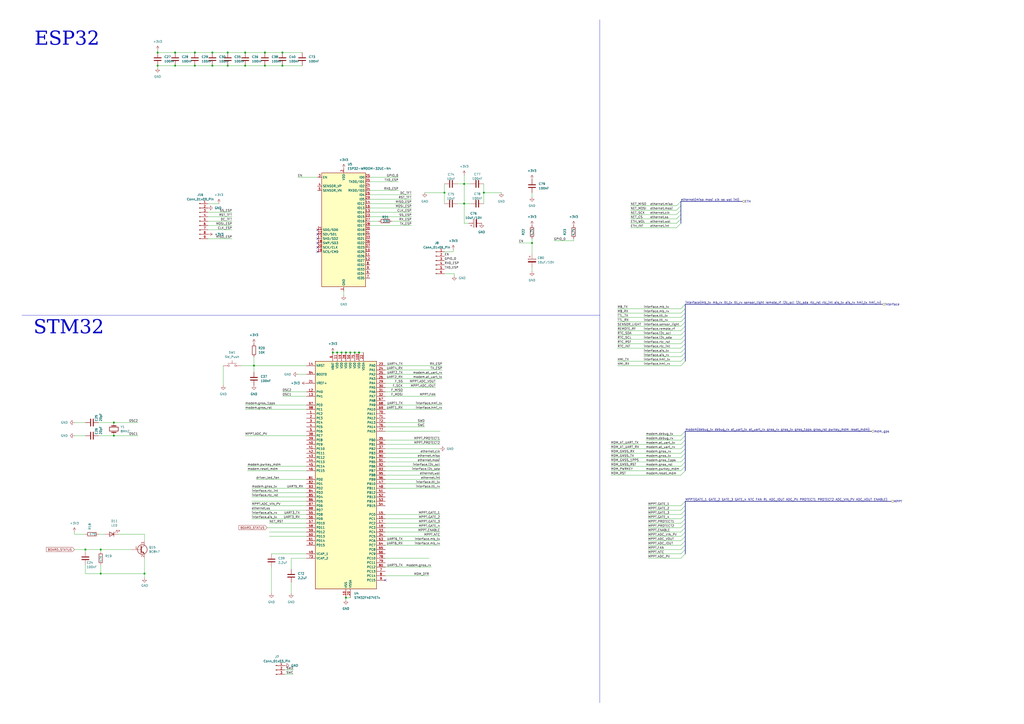
<source format=kicad_sch>
(kicad_sch (version 20231120) (generator "eeschema") (generator_version "8.0")
  (paper "A2")
  (junction (at 193.04 204.47))
  (junction (at 208.28 204.47))
  (junction (at 142.24 38.1))
  (junction (at 123.19 30.48))
  (junction (at 195.58 204.47))
  (junction (at 153.67 38.1))
  (junction (at 113.03 38.1))
  (junction (at 101.6 30.48))
  (junction (at 132.08 38.1))
  (junction (at 200.66 204.47))
  (junction (at 147.32 212.09))
  (junction (at 123.19 38.1))
  (junction (at 101.6 38.1))
  (junction (at 308.61 140.97))
  (junction (at 132.08 30.48))
  (junction (at 153.67 30.48))
  (junction (at 142.24 30.48))
  (junction (at 58.42 318.77))
  (junction (at 163.83 38.1))
  (junction (at 58.42 332.74))
  (junction (at 198.12 204.47))
  (junction (at 257.81 111.76))
  (junction (at 91.44 38.1))
  (junction (at 66.04 252.73))
  (junction (at 49.53 318.77))
  (junction (at 269.24 118.11))
  (junction (at 269.24 106.68))
  (junction (at 113.03 30.48))
  (junction (at 66.04 245.11))
  (junction (at 200.66 346.71))
  (junction (at 91.44 30.48))
  (junction (at 83.82 332.74))
  (junction (at 205.74 204.47))
  (junction (at 163.83 30.48))
  (junction (at 280.67 111.76))
  (junction (at 203.2 204.47))
  (no_connect (at 184.15 135.89))
  (no_connect (at 184.15 138.43))
  (no_connect (at 184.15 133.35))
  (no_connect (at 184.15 146.05))
  (no_connect (at 223.52 336.55))
  (no_connect (at 184.15 140.97))
  (no_connect (at 184.15 143.51))
  (bus_entry (at 397.51 313.69) (size -2.54 2.54))
  (bus_entry (at 397.51 311.15) (size -2.54 2.54))
  (bus_entry (at 397.51 273.05) (size -2.54 2.54))
  (bus_entry (at 397.51 306.07) (size -2.54 2.54))
  (bus_entry (at 397.51 318.77) (size -2.54 2.54))
  (bus_entry (at 397.51 191.77) (size -2.54 2.54))
  (bus_entry (at 397.51 290.83) (size -2.54 2.54))
  (bus_entry (at 397.51 207.01) (size -2.54 2.54))
  (bus_entry (at 397.51 184.15) (size -2.54 2.54))
  (bus_entry (at 397.51 300.99) (size -2.54 2.54))
  (bus_entry (at 397.51 176.53) (size -2.54 2.54))
  (bus_entry (at 397.51 201.93) (size -2.54 2.54))
  (bus_entry (at 397.51 321.31) (size -2.54 2.54))
  (bus_entry (at 394.97 127) (size -2.54 2.54))
  (bus_entry (at 397.51 295.91) (size -2.54 2.54))
  (bus_entry (at 397.51 316.23) (size -2.54 2.54))
  (bus_entry (at 394.97 121.92) (size -2.54 2.54))
  (bus_entry (at 397.51 252.73) (size -2.54 2.54))
  (bus_entry (at 397.51 265.43) (size -2.54 2.54))
  (bus_entry (at 397.51 308.61) (size -2.54 2.54))
  (bus_entry (at 394.97 119.38) (size -2.54 2.54))
  (bus_entry (at 397.51 179.07) (size -2.54 2.54))
  (bus_entry (at 397.51 298.45) (size -2.54 2.54))
  (bus_entry (at 397.51 262.89) (size -2.54 2.54))
  (bus_entry (at 397.51 196.85) (size -2.54 2.54))
  (bus_entry (at 397.51 270.51) (size -2.54 2.54))
  (bus_entry (at 397.51 260.35) (size -2.54 2.54))
  (bus_entry (at 397.51 250.19) (size -2.54 2.54))
  (bus_entry (at 397.51 257.81) (size -2.54 2.54))
  (bus_entry (at 397.51 303.53) (size -2.54 2.54))
  (bus_entry (at 397.51 181.61) (size -2.54 2.54))
  (bus_entry (at 397.51 189.23) (size -2.54 2.54))
  (bus_entry (at 394.97 116.84) (size -2.54 2.54))
  (bus_entry (at 397.51 199.39) (size -2.54 2.54))
  (bus_entry (at 397.51 293.37) (size -2.54 2.54))
  (bus_entry (at 397.51 186.69) (size -2.54 2.54))
  (bus_entry (at 394.97 124.46) (size -2.54 2.54))
  (bus_entry (at 397.51 255.27) (size -2.54 2.54))
  (bus_entry (at 394.97 129.54) (size -2.54 2.54))
  (bus_entry (at 397.51 209.55) (size -2.54 2.54))
  (bus_entry (at 397.51 204.47) (size -2.54 2.54))
  (bus_entry (at 397.51 194.31) (size -2.54 2.54))
  (bus_entry (at 397.51 267.97) (size -2.54 2.54))
  (bus (pts (xy 397.51 306.07) (xy 397.51 308.61)))
  (wire (pts (xy 358.14 196.85) (xy 394.97 196.85)))
  (wire (pts (xy 223.52 250.19) (xy 255.27 250.19)))
  (wire (pts (xy 57.15 245.11) (xy 66.04 245.11)))
  (wire (pts (xy 375.92 316.23) (xy 394.97 316.23)))
  (wire (pts (xy 375.92 303.53) (xy 394.97 303.53)))
  (wire (pts (xy 214.63 123.19) (xy 238.76 123.19)))
  (wire (pts (xy 198.12 204.47) (xy 200.66 204.47)))
  (wire (pts (xy 134.62 138.43) (xy 120.65 138.43)))
  (bus (pts (xy 394.97 129.54) (xy 394.97 127)))
  (wire (pts (xy 163.83 38.1) (xy 175.26 38.1)))
  (wire (pts (xy 43.18 245.11) (xy 49.53 245.11)))
  (wire (pts (xy 308.61 140.97) (xy 308.61 147.32)))
  (wire (pts (xy 280.67 111.76) (xy 280.67 118.11)))
  (wire (pts (xy 142.24 30.48) (xy 153.67 30.48)))
  (wire (pts (xy 255.27 303.53) (xy 223.52 303.53)))
  (wire (pts (xy 365.76 121.92) (xy 392.43 121.92)))
  (wire (pts (xy 127 118.11) (xy 120.65 118.11)))
  (wire (pts (xy 255.27 257.81) (xy 223.52 257.81)))
  (bus (pts (xy 397.51 295.91) (xy 397.51 298.45)))
  (wire (pts (xy 146.05 293.37) (xy 177.8 293.37)))
  (wire (pts (xy 163.83 229.87) (xy 177.8 229.87)))
  (wire (pts (xy 374.65 255.27) (xy 394.97 255.27)))
  (polyline (pts (xy 12.7 182.88) (xy 347.98 182.88)))
  (wire (pts (xy 214.63 118.11) (xy 238.76 118.11)))
  (wire (pts (xy 57.15 309.88) (xy 60.96 309.88)))
  (wire (pts (xy 83.82 332.74) (xy 83.82 335.28)))
  (wire (pts (xy 257.81 146.05) (xy 262.89 146.05)))
  (wire (pts (xy 214.63 120.65) (xy 238.76 120.65)))
  (wire (pts (xy 146.05 298.45) (xy 177.8 298.45)))
  (wire (pts (xy 146.05 295.91) (xy 177.8 295.91)))
  (wire (pts (xy 146.05 300.99) (xy 177.8 300.99)))
  (bus (pts (xy 397.51 311.15) (xy 397.51 313.69)))
  (wire (pts (xy 354.33 262.89) (xy 394.97 262.89)))
  (bus (pts (xy 394.97 116.84) (xy 430.53 116.84)))
  (bus (pts (xy 397.51 189.23) (xy 397.51 186.69)))
  (wire (pts (xy 365.76 127) (xy 392.43 127)))
  (wire (pts (xy 139.7 212.09) (xy 147.32 212.09)))
  (wire (pts (xy 375.92 318.77) (xy 394.97 318.77)))
  (wire (pts (xy 223.52 267.97) (xy 255.27 267.97)))
  (bus (pts (xy 397.51 298.45) (xy 397.51 300.99)))
  (wire (pts (xy 214.63 105.41) (xy 231.14 105.41)))
  (wire (pts (xy 91.44 39.37) (xy 91.44 38.1)))
  (wire (pts (xy 358.14 186.69) (xy 394.97 186.69)))
  (wire (pts (xy 134.62 125.73) (xy 120.65 125.73)))
  (wire (pts (xy 170.18 388.62) (xy 165.1 388.62)))
  (bus (pts (xy 397.51 176.53) (xy 511.81 176.53)))
  (wire (pts (xy 354.33 270.51) (xy 394.97 270.51)))
  (wire (pts (xy 49.53 318.77) (xy 58.42 318.77)))
  (wire (pts (xy 123.19 38.1) (xy 132.08 38.1)))
  (bus (pts (xy 397.51 265.43) (xy 397.51 267.97)))
  (wire (pts (xy 269.24 118.11) (xy 269.24 106.68)))
  (wire (pts (xy 354.33 275.59) (xy 394.97 275.59)))
  (wire (pts (xy 255.27 255.27) (xy 223.52 255.27)))
  (wire (pts (xy 208.28 204.47) (xy 210.82 204.47)))
  (wire (pts (xy 246.38 111.76) (xy 257.81 111.76)))
  (wire (pts (xy 199.39 171.45) (xy 199.39 168.91)))
  (wire (pts (xy 200.66 347.98) (xy 200.66 346.71)))
  (wire (pts (xy 66.04 252.73) (xy 80.01 252.73)))
  (wire (pts (xy 223.52 234.95) (xy 256.54 234.95)))
  (bus (pts (xy 397.51 250.19) (xy 397.51 252.73)))
  (wire (pts (xy 223.52 265.43) (xy 255.27 265.43)))
  (bus (pts (xy 394.97 124.46) (xy 394.97 121.92)))
  (wire (pts (xy 257.81 106.68) (xy 257.81 111.76)))
  (wire (pts (xy 375.92 298.45) (xy 394.97 298.45)))
  (wire (pts (xy 129.54 223.52) (xy 129.54 212.09)))
  (wire (pts (xy 58.42 327.66) (xy 58.42 332.74)))
  (wire (pts (xy 375.92 311.15) (xy 394.97 311.15)))
  (wire (pts (xy 238.76 115.57) (xy 214.63 115.57)))
  (wire (pts (xy 300.99 140.97) (xy 308.61 140.97)))
  (wire (pts (xy 101.6 38.1) (xy 113.03 38.1)))
  (wire (pts (xy 203.2 204.47) (xy 205.74 204.47)))
  (wire (pts (xy 214.63 128.27) (xy 219.71 128.27)))
  (bus (pts (xy 397.51 308.61) (xy 397.51 311.15)))
  (wire (pts (xy 223.52 222.25) (xy 252.73 222.25)))
  (bus (pts (xy 397.51 257.81) (xy 397.51 260.35)))
  (bus (pts (xy 397.51 199.39) (xy 397.51 201.93)))
  (wire (pts (xy 365.76 119.38) (xy 392.43 119.38)))
  (wire (pts (xy 200.66 204.47) (xy 203.2 204.47)))
  (wire (pts (xy 134.62 133.35) (xy 120.65 133.35)))
  (wire (pts (xy 365.76 129.54) (xy 392.43 129.54)))
  (wire (pts (xy 308.61 154.94) (xy 308.61 157.48)))
  (polyline (pts (xy 347.98 11.43) (xy 347.98 407.67)))
  (wire (pts (xy 134.62 123.19) (xy 120.65 123.19)))
  (wire (pts (xy 358.14 212.09) (xy 394.97 212.09)))
  (wire (pts (xy 354.33 257.81) (xy 394.97 257.81)))
  (bus (pts (xy 397.51 270.51) (xy 397.51 273.05)))
  (wire (pts (xy 375.92 295.91) (xy 394.97 295.91)))
  (bus (pts (xy 397.51 290.83) (xy 397.51 293.37)))
  (wire (pts (xy 66.04 245.11) (xy 80.01 245.11)))
  (wire (pts (xy 375.92 308.61) (xy 394.97 308.61)))
  (wire (pts (xy 223.52 298.45) (xy 255.27 298.45)))
  (wire (pts (xy 163.83 30.48) (xy 175.26 30.48)))
  (wire (pts (xy 172.72 217.17) (xy 177.8 217.17)))
  (wire (pts (xy 375.92 313.69) (xy 394.97 313.69)))
  (wire (pts (xy 375.92 323.85) (xy 394.97 323.85)))
  (wire (pts (xy 193.04 204.47) (xy 195.58 204.47)))
  (wire (pts (xy 142.24 252.73) (xy 177.8 252.73)))
  (bus (pts (xy 397.51 316.23) (xy 397.51 318.77)))
  (wire (pts (xy 223.52 316.23) (xy 255.27 316.23)))
  (wire (pts (xy 255.27 260.35) (xy 223.52 260.35)))
  (wire (pts (xy 354.33 265.43) (xy 394.97 265.43)))
  (wire (pts (xy 223.52 237.49) (xy 256.54 237.49)))
  (wire (pts (xy 156.21 311.15) (xy 177.8 311.15)))
  (wire (pts (xy 43.18 318.77) (xy 49.53 318.77)))
  (wire (pts (xy 231.14 102.87) (xy 214.63 102.87)))
  (wire (pts (xy 223.52 323.85) (xy 248.92 323.85)))
  (wire (pts (xy 223.52 283.21) (xy 255.27 283.21)))
  (wire (pts (xy 146.05 283.21) (xy 177.8 283.21)))
  (wire (pts (xy 146.05 288.29) (xy 177.8 288.29)))
  (wire (pts (xy 49.53 318.77) (xy 49.53 320.04)))
  (wire (pts (xy 255.27 278.13) (xy 223.52 278.13)))
  (bus (pts (xy 397.51 204.47) (xy 397.51 207.01)))
  (bus (pts (xy 397.51 252.73) (xy 397.51 255.27)))
  (wire (pts (xy 223.52 273.05) (xy 255.27 273.05)))
  (bus (pts (xy 397.51 262.89) (xy 397.51 265.43)))
  (wire (pts (xy 321.31 139.7) (xy 332.74 139.7)))
  (wire (pts (xy 142.24 237.49) (xy 177.8 237.49)))
  (wire (pts (xy 223.52 227.33) (xy 233.68 227.33)))
  (wire (pts (xy 223.52 224.79) (xy 252.73 224.79)))
  (wire (pts (xy 269.24 106.68) (xy 273.05 106.68)))
  (bus (pts (xy 397.51 207.01) (xy 397.51 209.55)))
  (bus (pts (xy 397.51 290.83) (xy 516.89 290.83)))
  (wire (pts (xy 223.52 300.99) (xy 255.27 300.99)))
  (wire (pts (xy 146.05 285.75) (xy 177.8 285.75)))
  (wire (pts (xy 91.44 38.1) (xy 101.6 38.1)))
  (wire (pts (xy 354.33 260.35) (xy 394.97 260.35)))
  (wire (pts (xy 375.92 321.31) (xy 394.97 321.31)))
  (wire (pts (xy 358.14 184.15) (xy 394.97 184.15)))
  (wire (pts (xy 365.76 124.46) (xy 392.43 124.46)))
  (wire (pts (xy 172.72 102.87) (xy 184.15 102.87)))
  (bus (pts (xy 397.51 267.97) (xy 397.51 270.51)))
  (bus (pts (xy 394.97 119.38) (xy 394.97 116.84)))
  (wire (pts (xy 68.58 309.88) (xy 83.82 309.88)))
  (wire (pts (xy 374.65 252.73) (xy 394.97 252.73)))
  (wire (pts (xy 354.33 267.97) (xy 394.97 267.97)))
  (wire (pts (xy 153.67 30.48) (xy 163.83 30.48)))
  (wire (pts (xy 223.52 214.63) (xy 256.54 214.63)))
  (wire (pts (xy 49.53 327.66) (xy 49.53 332.74)))
  (wire (pts (xy 246.38 245.11) (xy 223.52 245.11)))
  (wire (pts (xy 147.32 207.01) (xy 147.32 212.09)))
  (wire (pts (xy 49.53 332.74) (xy 58.42 332.74)))
  (bus (pts (xy 397.51 255.27) (xy 397.51 257.81)))
  (bus (pts (xy 397.51 260.35) (xy 397.51 262.89)))
  (wire (pts (xy 146.05 290.83) (xy 177.8 290.83)))
  (wire (pts (xy 214.63 125.73) (xy 238.76 125.73)))
  (wire (pts (xy 248.92 334.01) (xy 223.52 334.01)))
  (wire (pts (xy 168.91 337.82) (xy 168.91 344.17)))
  (wire (pts (xy 223.52 270.51) (xy 255.27 270.51)))
  (wire (pts (xy 177.8 323.85) (xy 168.91 323.85)))
  (wire (pts (xy 223.52 212.09) (xy 256.54 212.09)))
  (wire (pts (xy 255.27 311.15) (xy 223.52 311.15)))
  (wire (pts (xy 358.14 181.61) (xy 394.97 181.61)))
  (wire (pts (xy 205.74 204.47) (xy 208.28 204.47)))
  (wire (pts (xy 308.61 114.3) (xy 308.61 111.76)))
  (wire (pts (xy 358.14 189.23) (xy 394.97 189.23)))
  (wire (pts (xy 358.14 201.93) (xy 394.97 201.93)))
  (wire (pts (xy 265.43 118.11) (xy 269.24 118.11)))
  (wire (pts (xy 358.14 179.07) (xy 394.97 179.07)))
  (wire (pts (xy 373.38 204.47) (xy 394.97 204.47)))
  (bus (pts (xy 397.51 293.37) (xy 397.51 295.91)))
  (wire (pts (xy 58.42 332.74) (xy 83.82 332.74)))
  (wire (pts (xy 214.63 130.81) (xy 238.76 130.81)))
  (wire (pts (xy 101.6 30.48) (xy 113.03 30.48)))
  (wire (pts (xy 142.24 234.95) (xy 177.8 234.95)))
  (wire (pts (xy 153.67 38.1) (xy 163.83 38.1)))
  (bus (pts (xy 394.97 121.92) (xy 394.97 119.38)))
  (bus (pts (xy 397.51 313.69) (xy 397.51 316.23)))
  (wire (pts (xy 246.38 247.65) (xy 223.52 247.65)))
  (wire (pts (xy 280.67 111.76) (xy 290.83 111.76)))
  (wire (pts (xy 143.51 273.05) (xy 177.8 273.05)))
  (bus (pts (xy 397.51 181.61) (xy 397.51 179.07)))
  (wire (pts (xy 238.76 113.03) (xy 214.63 113.03)))
  (wire (pts (xy 269.24 129.54) (xy 269.24 118.11)))
  (wire (pts (xy 271.78 129.54) (xy 269.24 129.54)))
  (wire (pts (xy 227.33 128.27) (xy 238.76 128.27)))
  (bus (pts (xy 397.51 300.99) (xy 397.51 303.53)))
  (wire (pts (xy 255.27 308.61) (xy 223.52 308.61)))
  (wire (pts (xy 257.81 158.75) (xy 263.525 158.75)))
  (wire (pts (xy 257.81 111.76) (xy 257.81 118.11)))
  (wire (pts (xy 58.42 318.77) (xy 58.42 320.04)))
  (wire (pts (xy 265.43 106.68) (xy 269.24 106.68)))
  (bus (pts (xy 397.51 194.31) (xy 397.51 191.77)))
  (wire (pts (xy 147.32 212.09) (xy 177.8 212.09)))
  (bus (pts (xy 397.51 303.53) (xy 397.51 306.07)))
  (wire (pts (xy 200.66 346.71) (xy 203.2 346.71)))
  (bus (pts (xy 397.51 186.69) (xy 397.51 184.15)))
  (wire (pts (xy 43.18 309.88) (xy 49.53 309.88)))
  (wire (pts (xy 223.52 280.67) (xy 255.27 280.67)))
  (wire (pts (xy 263.525 158.75) (xy 263.525 160.02)))
  (wire (pts (xy 43.18 252.73) (xy 49.53 252.73)))
  (wire (pts (xy 113.03 30.48) (xy 123.19 30.48)))
  (wire (pts (xy 262.89 146.05) (xy 262.89 144.78)))
  (wire (pts (xy 83.82 323.85) (xy 83.82 332.74)))
  (wire (pts (xy 375.92 300.99) (xy 394.97 300.99)))
  (wire (pts (xy 58.42 318.77) (xy 76.2 318.77)))
  (wire (pts (xy 231.14 110.49) (xy 214.63 110.49)))
  (wire (pts (xy 354.33 273.05) (xy 394.97 273.05)))
  (wire (pts (xy 156.21 303.53) (xy 177.8 303.53)))
  (wire (pts (xy 170.18 391.16) (xy 165.1 391.16)))
  (wire (pts (xy 57.15 252.73) (xy 66.04 252.73)))
  (wire (pts (xy 358.14 191.77) (xy 394.97 191.77)))
  (wire (pts (xy 358.14 194.31) (xy 394.97 194.31)))
  (wire (pts (xy 195.58 204.47) (xy 198.12 204.47)))
  (bus (pts (xy 397.51 318.77) (xy 397.51 321.31)))
  (wire (pts (xy 255.27 275.59) (xy 223.52 275.59)))
  (wire (pts (xy 154.94 306.07) (xy 177.8 306.07)))
  (wire (pts (xy 223.52 328.93) (xy 250.19 328.93)))
  (wire (pts (xy 157.48 321.31) (xy 177.8 321.31)))
  (bus (pts (xy 397.51 196.85) (xy 397.51 194.31)))
  (wire (pts (xy 223.52 262.89) (xy 255.27 262.89)))
  (wire (pts (xy 132.08 38.1) (xy 142.24 38.1)))
  (bus (pts (xy 397.51 201.93) (xy 397.51 204.47)))
  (wire (pts (xy 255.27 306.07) (xy 223.52 306.07)))
  (wire (pts (xy 168.91 323.85) (xy 168.91 330.2)))
  (wire (pts (xy 91.44 29.21) (xy 91.44 30.48)))
  (wire (pts (xy 373.38 207.01) (xy 394.97 207.01)))
  (wire (pts (xy 157.48 344.17) (xy 157.48 328.93)))
  (wire (pts (xy 223.52 313.69) (xy 255.27 313.69)))
  (wire (pts (xy 83.82 309.88) (xy 83.82 313.69)))
  (wire (pts (xy 365.76 132.08) (xy 392.43 132.08)))
  (wire (pts (xy 269.24 118.11) (xy 273.05 118.11)))
  (wire (pts (xy 148.59 278.13) (xy 177.8 278.13)))
  (wire (pts (xy 223.52 217.17) (xy 256.54 217.17)))
  (wire (pts (xy 123.19 30.48) (xy 132.08 30.48)))
  (wire (pts (xy 91.44 30.48) (xy 101.6 30.48)))
  (bus (pts (xy 397.51 199.39) (xy 397.51 196.85)))
  (bus (pts (xy 394.97 127) (xy 394.97 124.46)))
  (bus (pts (xy 397.51 250.19) (xy 505.46 250.19)))
  (wire (pts (xy 142.24 38.1) (xy 153.67 38.1)))
  (bus (pts (xy 397.51 184.15) (xy 397.51 181.61)))
  (wire (pts (xy 269.24 106.68) (xy 269.24 101.6)))
  (wire (pts (xy 332.74 138.43) (xy 332.74 139.7)))
  (bus (pts (xy 397.51 179.07) (xy 397.51 176.53)))
  (wire (pts (xy 143.51 270.51) (xy 177.8 270.51)))
  (wire (pts (xy 43.18 308.61) (xy 43.18 309.88)))
  (bus (pts (xy 397.51 191.77) (xy 397.51 189.23)))
  (wire (pts (xy 223.52 219.71) (xy 256.54 219.71)))
  (wire (pts (xy 134.62 130.81) (xy 120.65 130.81)))
  (wire (pts (xy 375.92 306.07) (xy 394.97 306.07)))
  (wire (pts (xy 223.52 229.87) (xy 252.73 229.87)))
  (wire (pts (xy 156.21 308.61) (xy 177.8 308.61)))
  (wire (pts (xy 147.32 212.09) (xy 147.32 215.9)))
  (wire (pts (xy 113.03 38.1) (xy 123.19 38.1)))
  (wire (pts (xy 134.62 128.27) (xy 120.65 128.27)))
  (wire (pts (xy 358.14 209.55) (xy 394.97 209.55)))
  (wire (pts (xy 375.92 293.37) (xy 394.97 293.37)))
  (wire (pts (xy 358.14 199.39) (xy 394.97 199.39)))
  (wire (pts (xy 280.67 106.68) (xy 280.67 111.76)))
  (wire (pts (xy 163.83 227.33) (xy 177.8 227.33)))
  (wire (pts (xy 308.61 138.43) (xy 308.61 140.97)))
  (wire (pts (xy 132.08 30.48) (xy 142.24 30.48)))
  (text "ESP32" (at 38.862 24.892 0) (effects (font (size 8 8))))
  (text "STM32\n" (at 39.878 192.278 0) (effects (font (size 8 8))))
  (label "modem.at_uart_rx" (at 256.54 217.17 180))
  (label "modem.at_uart_tx" (at 374.65 257.81 0))
  (label "interface.ttl_tx" (at 373.38 184.15 0))
  (label "GPIO_0" (at 257.81 151.13 0))
  (label "MPPT.GATE_3" (at 375.92 298.45 0))
  (label "interface.i2c_sda" (at 373.38 196.85 0))
  (label "REMOTE_RF" (at 358.14 191.77 0))
  (label "MDM_DTR" (at 248.92 334.01 180))
  (label "modem{debug_tx debug_rx at_uart_tx at_uart_rx gnss_rx gnss_tx gnss_1pps gnss_rst pwrkey_mdm reset_mdm}" (at 397.51 250.19 0))
  (label "TTL_TX" (at 358.14 184.15 0))
  (label "HMI_TX" (at 358.14 209.55 0))
  (label "MOSI_ESP" (at 238.76 120.65 180))
  (label "ethernet.clk" (at 255.27 262.89 180))
  (label "ethernet.mosi" (at 377.19 121.92 0))
  (label "interface.ais_rx" (at 373.38 207.01 0))
  (label "MPPT.ADC_PV" (at 375.92 323.85 0))
  (label "ethernet.wol" (at 255.27 275.59 180))
  (label "MPPT.ADC_IOUT" (at 252.73 224.79 180))
  (label "interface.rtc_int" (at 373.38 201.93 0))
  (label "EN" (at 300.99 140.97 0))
  (label "OSC2" (at 163.83 227.33 0))
  (label "NET_SCK" (at 365.76 124.46 0))
  (label "ethernet.mosi" (at 255.27 267.97 180))
  (label "RX0_ESP" (at 231.14 110.49 180))
  (label "MPPT.FAN" (at 252.73 229.87 180))
  (label "NET_RST" (at 156.21 303.53 0))
  (label "GPIO_0" (at 321.31 139.7 0))
  (label "MPPT.PROTECT2" (at 255.27 257.81 180))
  (label "UART3_RX" (at 173.99 300.99 180))
  (label "interface.ttl_rx" (at 255.27 283.21 180))
  (label "RST_TFT" (at 238.76 115.57 180))
  (label "F_SCK" (at 233.68 224.79 180))
  (label "SENSOR_LIGHT" (at 358.14 189.23 0))
  (label "RX_ESP" (at 256.54 212.09 180))
  (label "ethernet.ss" (at 377.19 127 0))
  (label "interface.i2c_scl" (at 373.38 194.31 0))
  (label "MPPT.GATE_2" (at 255.27 300.99 180))
  (label "UART4_TX" (at 233.68 212.09 180))
  (label "MB_TX" (at 358.14 179.07 0))
  (label "ETH_WOL" (at 365.76 129.54 0))
  (label "interface.sensor_light" (at 373.38 189.23 0))
  (label "UART6_TX" (at 233.68 313.69 180))
  (label "TX_ESP" (at 238.76 130.81 180))
  (label "ethernet{miso mosi clk ss wol int}" (at 394.97 116.84 0))
  (label "MB_RX" (at 358.14 181.61 0))
  (label "MPPT.ADC_PV" (at 142.24 252.73 0))
  (label "MPPT.ADC_VOUT" (at 375.92 313.69 0))
  (label "CLK_ESP" (at 134.62 133.35 180))
  (label "DC_TFT" (at 134.62 128.27 180))
  (label "interface.hmi_rx" (at 373.38 212.09 0))
  (label "F_MOSI" (at 233.68 229.87 180))
  (label "UART1_RX" (at 233.68 237.49 180))
  (label "MDM_AT_UART_RX" (at 354.33 260.35 0))
  (label "UART5_RX" (at 166.37 283.21 0))
  (label "NET_MISO" (at 365.76 119.38 0))
  (label "interface.ttl_rx" (at 373.38 186.69 0))
  (label "F_SS" (at 233.68 222.25 180))
  (label "ethernet.miso" (at 377.19 119.38 0))
  (label "RTC_SCL" (at 358.14 196.85 0))
  (label "MDM_AT_UART_TX" (at 354.33 257.81 0))
  (label "interface{mb_tx mb_rx ttl_tx ttl_rx sensor_light remote_rf i2c_scl i2c_sda rtc_rst rtc_int ais_tx ais_rx hmi_tx hmi_rx}" (at 397.51 176.53 0))
  (label "interface.i2c_sda" (at 255.27 273.05 180))
  (label "modem.reset_mdm" (at 374.65 275.59 0))
  (label "MPPT.NTC" (at 375.92 321.31 0))
  (label "modem.at_uart_rx" (at 374.65 260.35 0))
  (label "SWD" (at 246.38 245.11 180))
  (label "OSC1" (at 80.01 252.73 180))
  (label "ethernet.int" (at 377.19 132.08 0))
  (label "MDM_GNSS_1PPS" (at 354.33 267.97 0))
  (label "modem.pwrkey_mdm" (at 374.65 273.05 0))
  (label "MPPT.ENABLE" (at 255.27 308.61 180))
  (label "modem.gnss_rx" (at 374.65 262.89 0))
  (label "MISO_ESP" (at 134.62 138.43 180))
  (label "MDM_GNSS_TX" (at 354.33 265.43 0))
  (label "UART2_TX" (at 233.68 217.17 180))
  (label "modem.gnss_tx" (at 374.65 265.43 0))
  (label "driver_led_fan" (at 148.59 278.13 0))
  (label "ethernet.miso" (at 255.27 265.43 180))
  (label "MPPT.ADC_VOUT" (at 252.73 222.25 180))
  (label "MOSI_ESP" (at 134.62 130.81 180))
  (label "interface.rtc_rst" (at 373.38 199.39 0))
  (label "ETH_INT" (at 365.76 132.08 0))
  (label "MDM_PWRKEY" (at 354.33 273.05 0))
  (label "UART2_RX" (at 233.68 219.71 180))
  (label "SS_ESP" (at 238.76 125.73 180))
  (label "interface.hmi_rx" (at 256.54 237.49 180))
  (label "MPPT{GATE_1 GATE_2 GATE_3 GATE_4 NTC FAN RL ADC_IOUT ADC_PV PROTECT1 PROTECT2 ADC_VIN_PV ADC_VOUT ENABLE}" (at 397.51 290.83 0))
  (label "modem.debug_tx" (at 374.65 252.73 0))
  (label "MPPT.PROTECT1" (at 375.92 303.53 0))
  (label "MPPT.FAN" (at 375.92 318.77 0))
  (label "MDM_GNSS_RST" (at 354.33 270.51 0))
  (label "RTC_RST" (at 358.14 199.39 0))
  (label "MDM_GNSS_RX" (at 354.33 262.89 0))
  (label "UART3_TX" (at 173.99 298.45 180))
  (label "EN" (at 257.81 148.59 0))
  (label "modem.gnss_1pps" (at 374.65 267.97 0))
  (label "GPIO_0" (at 231.14 102.87 180))
  (label "RTC_SDA" (at 358.14 194.31 0))
  (label "modem.gnss_rst" (at 142.24 237.49 0))
  (label "UART4_RX" (at 233.68 214.63 180))
  (label "MPPT.GATE_1" (at 255.27 298.45 180))
  (label "TX_ESP" (at 256.54 214.63 180))
  (label "interface.ttl_tx" (at 255.27 280.67 180))
  (label "interface.hmi_tx" (at 256.54 234.95 180))
  (label "HMI_RX" (at 358.14 212.09 0))
  (label "MPPT.NTC" (at 255.27 311.15 180))
  (label "interface.mb_tx" (at 373.38 179.07 0))
  (label "interface.ais_tx" (at 373.38 204.47 0))
  (label "DC_TFT" (at 238.76 113.03 180))
  (label "EN" (at 172.72 102.87 0))
  (label "SWC" (at 246.38 247.65 180))
  (label "MPPT.ADC_VIN_PV" (at 375.92 311.15 0))
  (label "SS_ESP" (at 134.62 123.19 180))
  (label "MPPT.GATE_1" (at 375.92 293.37 0))
  (label "RX0_ESP" (at 257.81 153.67 0))
  (label "modem.gnss_rx" (at 250.19 328.93 180))
  (label "interface.ais_rx" (at 146.05 298.45 0))
  (label "modem.gnss_tx" (at 146.05 283.21 0))
  (label "MDM_RST" (at 354.33 275.59 0))
  (label "interface.mb_rx" (at 373.38 181.61 0))
  (label "RX_ESP" (at 238.76 128.27 180))
  (label "NET_CS" (at 365.76 127 0))
  (label "NET_MOSI" (at 365.76 121.92 0))
  (label "interface.mb_tx" (at 255.27 313.69 180))
  (label "interface.hmi_tx" (at 373.38 209.55 0))
  (label "MPPT.GATE_2" (at 375.92 295.91 0))
  (label "modem.gnss_rst" (at 374.65 270.51 0))
  (label "ethernet.int" (at 255.27 278.13 180))
  (label "modem.gnss_1pps" (at 142.24 234.95 0))
  (label "TX0_ESP" (at 231.14 105.41 180))
  (label "RST_TFT" (at 134.62 125.73 180))
  (label "MPPT.ENABLE" (at 375.92 308.61 0))
  (label "TTL_RX" (at 358.14 186.69 0))
  (label "MPPT.ADC_VIN_PV" (at 146.05 293.37 0))
  (label "interface.mb_rx" (at 255.27 316.23 180))
  (label "OSC1" (at 163.83 229.87 0))
  (label "MPPT.GATE_3" (at 255.27 303.53 180))
  (label "SWC" (at 170.18 391.16 180))
  (label "RTC_INT" (at 358.14 201.93 0))
  (label "MPPT.PROTECT2" (at 375.92 306.07 0))
  (label "interface.rtc_rst" (at 146.05 288.29 0))
  (label "ethernet.wol" (at 377.19 129.54 0))
  (label "interface.rtc_int" (at 146.05 285.75 0))
  (label "TX0_ESP" (at 257.81 156.21 0))
  (label "OSC2" (at 80.01 245.11 180))
  (label "modem.pwrkey_mdm" (at 143.51 270.51 0))
  (label "MPPT.PROTECT1" (at 255.27 255.27 180))
  (label "ethernet.ss" (at 146.05 295.91 0))
  (label "modem.reset_mdm" (at 143.51 273.05 0))
  (label "modem.debug_rx" (at 374.65 255.27 0))
  (label "modem.at_uart_tx" (at 256.54 219.71 180))
  (label "interface.ais_tx" (at 146.05 300.99 0))
  (label "UART5_TX" (at 233.68 328.93 180))
  (label "F_MISO" (at 233.68 227.33 180))
  (label "ethernet.clk" (at 377.19 124.46 0))
  (label "MPPT.GATE_4" (at 255.27 306.07 180))
  (label "UART1_TX" (at 233.68 234.95 180))
  (label "UART6_RX" (at 233.68 316.23 180))
  (label "CLK_ESP" (at 238.76 123.19 180))
  (label "interface.i2c_scl" (at 255.27 270.51 180))
  (label "MPPT.GATE_4" (at 375.92 300.99 0))
  (label "MISO_ESP" (at 238.76 118.11 180))
  (label "interface.remote_rf" (at 373.38 191.77 0))
  (label "SWD" (at 170.18 388.62 180))
  (label "MPPT.ADC_IOUT" (at 375.92 316.23 0))
  (global_label "BOARD_STATUS" (shape input) (at 43.18 318.77 180) (property "Intersheetrefs" "${INTERSHEET_REFS}" (effects (hide yes))))
  (global_label "BOARD_STATUS" (shape input) (at 154.94 306.07 180) (property "Intersheetrefs" "${INTERSHEET_REFS}" (effects (hide yes))))
  (hierarchical_label "MPPT" (shape input) (at 516.89 290.83 0))
  (hierarchical_label "ETH" (shape input) (at 430.53 116.84 0))
  (hierarchical_label "mdm_gps" (shape input) (at 505.46 250.19 0))
  (hierarchical_label "interface" (shape input) (at 511.81 176.53 0))
  (symbol (lib_id "power:GND") (at 165.1 386.08 90) (unit 1)
    (property "Reference" "#PWR053" (effects (hide yes)))
    (property "Value" "GND" (at 168.9092 386.0799 90) (effects (justify right)))
    (property "Description" "Power symbol creates a global label with name \"GND\" , ground" (effects (hide yes)))
  )
  (symbol (lib_id "power:+3V3") (at 262.89 144.78 0) (unit 1)
    (property "Reference" "#PWR055" (effects (hide yes)))
    (property "Value" "+3V3" (at 262.89 139.7 0))
    (property "Description" "Power symbol creates a global label with name \"+3V3\"" (effects (hide yes)))
  )
  (symbol (lib_id "Device:C") (at 308.61 107.95 180) (unit 1)
    (property "Reference" "C79" (at 312.42 106.6799 0) (effects (justify right)))
    (property "Value" "100nF" (at 312.42 109.2199 0) (effects (justify right)))
    (property "Footprint" "Capacitor_SMD:C_0805_2012Metric" (effects (hide yes)))
    (property "Order" "https://www.lcsc.com/product-detail/Multilayer-Ceramic-Capacitors-MLCC-SMD-SMT_YAGEO-CC0805KRX7R9BB104_C49678.html" (effects (hide yes)))
  )
  (symbol (lib_id "power:+3V3") (at 120.65 135.89 270) (unit 1)
    (property "Reference" "#PWR093" (effects (hide yes)))
    (property "Value" "+3V3" (at 124.46 135.8899 90) (effects (justify left)))
    (property "Description" "Power symbol creates a global label with name \"+3V3\"" (effects (hide yes)))
  )
  (symbol (lib_id "power:+3V3") (at 269.24 101.6 0) (unit 1)
    (property "Reference" "#PWR062" (effects (hide yes)))
    (property "Value" "+3V3" (at 269.24 96.52 0))
    (property "Description" "Power symbol creates a global label with name \"+3V3\"" (effects (hide yes)))
  )
  (symbol (lib_id "Device:C") (at 276.86 118.11 90) (unit 1)
    (property "Reference" "C78" (at 276.86 112.522 90))
    (property "Value" "100nF" (at 276.86 115.062 90))
    (property "Footprint" "Capacitor_SMD:C_0805_2012Metric" (effects (hide yes)))
    (property "Order" "https://www.lcsc.com/product-detail/Multilayer-Ceramic-Capacitors-MLCC-SMD-SMT_YAGEO-CC0805KRX7R9BB104_C49678.html" (effects (hide yes)))
  )
  (symbol (lib_id "power:+3V3") (at 193.04 204.47 0) (unit 1)
    (property "Reference" "#PWR048" (effects (hide yes)))
    (property "Value" "+3V3" (at 193.04 199.39 0))
    (property "Description" "Power symbol creates a global label with name \"+3V3\"" (effects (hide yes)))
  )
  (symbol (lib_id "power:GND") (at 308.61 157.48 0) (unit 1)
    (property "Reference" "#PWR068" (effects (hide yes)))
    (property "Value" "GND" (at 308.61 162.56 0))
  )
  (symbol (lib_id "power:+3V3") (at 332.74 130.81 0) (unit 1)
    (property "Reference" "#PWR0139" (effects (hide yes)))
    (property "Value" "+3V3" (at 332.74 125.73 0))
    (property "Description" "Power symbol creates a global label with name \"+3V3\"" (effects (hide yes)))
  )
  (symbol (lib_id "power:+3V3") (at 127 118.11 0) (unit 1)
    (property "Reference" "#PWR091" (effects (hide yes)))
    (property "Value" "+3V3" (at 127 113.03 0))
    (property "Description" "Power symbol creates a global label with name \"+3V3\"" (effects (hide yes)))
  )
  (symbol (lib_id "MCU_ST_STM32F4:STM32F407VETx") (at 200.66 275.59 0) (unit 1)
    (property "Reference" "U4" (at 205.3941 344.17 0) (effects (justify left)))
    (property "Value" "STM32F407VETx" (at 205.3941 346.71 0) (effects (justify left)))
    (property "Footprint" "Package_QFP:LQFP-100_14x14mm_P0.5mm" (effects (hide yes)))
    (property "Datasheet" "https://www.st.com/resource/en/datasheet/stm32f407ve.pdf" (effects (hide yes)))
    (property "Description" "STMicroelectronics Arm Cortex-M4 MCU, 512KB flash, 192KB RAM, 168 MHz, 1.8-3.6V, 82 GPIO, LQFP100" (effects (hide yes)))
    (property "Order" "https://www.mouser.vn/ProductDetail/STMicroelectronics/STM32F407VET6?qs=Z8%252BeY1k3TIJFAMMqSR%252BGtw%3D%3D&srsltid=AfmBOopnDMgfPflhfQg0FdQOsn5CCJbP6Kq-wiVHECpvvzL41hgnXbeO" (effects (hide yes)))
  )
  (symbol (lib_id "Device:C") (at 53.34 245.11 90) (unit 1)
    (property "Reference" "C25" (at 55.88 244.475 0) (effects (justify left)))
    (property "Value" "20pF" (at 58.42 244.475 0) (effects (justify left)))
    (property "Footprint" "CTS_Capacitor_SMD:C_0402_1005Metric" (effects (hide yes)))
    (property "Order" "https://www.lcsc.com/product-detail/Multilayer-Ceramic-Capacitors-MLCC-SMD-SMT_Samsung-Electro-Mechanics-CL05B104KO5NNNC_C1525.html" (effects (hide yes)))
  )
  (symbol (lib_id "power:GND") (at 157.48 344.17 0) (unit 1)
    (property "Reference" "#PWR044" (effects (hide yes)))
    (property "Value" "GND" (at 157.48 349.25 0))
    (property "Description" "Power symbol creates a global label with name \"GND\" , ground" (effects (hide yes)))
  )
  (symbol (lib_id "Device:C") (at 261.62 118.11 90) (unit 1)
    (property "Reference" "C75" (at 261.62 112.649 90))
    (property "Value" "10nF" (at 261.62 115.189 90))
    (property "Footprint" "Capacitor_SMD:C_0805_2012Metric" (effects (hide yes)))
    (property "Order" "https://www.lcsc.com/product-detail/Multilayer-Ceramic-Capacitors-MLCC-SMD-SMT_YAGEO-CC0805KRX7R9BB103_C83170.html" (effects (hide yes)))
  )
  (symbol (lib_id "Device:C") (at 168.91 334.01 0) (unit 1)
    (property "Reference" "C72" (at 172.72 332.7399 0) (effects (justify left)))
    (property "Value" "2.2uF" (at 172.72 335.2799 0) (effects (justify left)))
    (property "Footprint" "Capacitor_SMD:C_0805_2012Metric" (effects (hide yes)))
    (property "Description" "Unpolarized capacitor" (effects (hide yes)))
    (property "Order" "https://www.lcsc.com/product-detail/Multilayer-Ceramic-Capacitors-MLCC-SMD-SMT_Samsung-Electro-Mechanics-CL21A225KBQNNNE_C377773.html?s_z=n_2.2uF" (effects (hide yes)))
  )
  (symbol (lib_id "Device:R") (at 308.61 134.62 180) (unit 1)
    (property "Reference" "R22" (at 303.53 134.62 90))
    (property "Value" "4.7k" (at 308.61 134.62 90))
    (property "Footprint" "CTS_Resistor_SMD:R_0603_1608Metric" (effects (hide yes)))
    (property "Order" "https://www.lcsc.com/product-detail/Chip-Resistor-Surface-Mount_YAGEO-RC0805FR-074K7L_C60816.html" (effects (hide yes)))
  )
  (symbol (lib_id "power:GND") (at 120.65 120.65 90) (unit 1)
    (property "Reference" "#PWR092" (effects (hide yes)))
    (property "Value" "GND" (at 124.46 120.6499 90) (effects (justify right)))
  )
  (symbol (lib_id "power:+3V3") (at 177.8 222.25 90) (unit 1)
    (property "Reference" "#PWR047" (effects (hide yes)))
    (property "Value" "+3V3" (at 173.99 222.2499 90) (effects (justify left)))
    (property "Description" "Power symbol creates a global label with name \"+3V3\"" (effects (hide yes)))
  )
  (symbol (lib_id "power:+3V3") (at 91.44 29.21 0) (unit 1)
    (property "Reference" "#PWR038" (effects (hide yes)))
    (property "Value" "+3V3" (at 91.44 24.13 0))
    (property "Description" "Power symbol creates a global label with name \"+3V3\"" (effects (hide yes)))
  )
  (symbol (lib_id "Device:R") (at 332.74 134.62 180) (unit 1)
    (property "Reference" "R23" (at 327.66 134.62 90))
    (property "Value" "4.7k" (at 332.74 134.62 90))
    (property "Footprint" "CTS_Resistor_SMD:R_0603_1608Metric" (effects (hide yes)))
    (property "Order" "https://www.lcsc.com/product-detail/Chip-Resistor-Surface-Mount_YAGEO-RC0805FR-074K7L_C60816.html" (effects (hide yes)))
  )
  (symbol (lib_id "Device:R") (at 53.34 309.88 270) (unit 1)
    (property "Reference" "R18" (at 52.0699 307.34 0) (effects (justify right)))
    (property "Value" "470" (at 55.626 309.88 90) (effects (justify right)))
    (property "Footprint" "Resistor_SMD:R_0805_2012Metric" (effects (hide yes)))
    (property "Description" "Resistor" (effects (hide yes)))
    (property "Order" "https://www.lcsc.com/product-detail/Chip-Resistor-Surface-Mount_Viking-Tech-ARG05FTC4700_C218590.html?s_z=n_10k" (effects (hide yes)))
  )
  (symbol (lib_id "Device:R") (at 58.42 323.85 180) (unit 1)
    (property "Reference" "R19" (at 60.96 322.5799 0) (effects (justify right)))
    (property "Value" "47K" (at 58.42 326.136 90) (effects (justify right)))
    (property "Footprint" "Resistor_SMD:R_0805_2012Metric" (effects (hide yes)))
    (property "Description" "Resistor" (effects (hide yes)))
    (property "Order" "https://www.lcsc.com/product-detail/Chip-Resistor-Surface-Mount_Viking-Tech-ARG05FTC4702_C218592.html?s_z=n_10k" (effects (hide yes)))
  )
  (symbol (lib_id "Device:C") (at 53.34 252.73 90) (unit 1)
    (property "Reference" "C26" (at 55.88 252.095 0) (effects (justify left)))
    (property "Value" "20pF" (at 58.42 252.095 0) (effects (justify left)))
    (property "Footprint" "CTS_Capacitor_SMD:C_0402_1005Metric" (effects (hide yes)))
    (property "Order" "https://www.lcsc.com/product-detail/Multilayer-Ceramic-Capacitors-MLCC-SMD-SMT_Samsung-Electro-Mechanics-CL05B104KO5NNNC_C1525.html" (effects (hide yes)))
  )
  (symbol (lib_id "RF_Module:ESP32-WROOM-32") (at 199.39 133.35 0) (unit 1)
    (property "Reference" "U5" (at 201.5841 95.25 0) (effects (justify left)))
    (property "Value" "ESP32-WROOM-32UE-N4" (at 201.5841 97.79 0) (effects (justify left)))
    (property "Footprint" "RF_Module:ESP32-WROOM-32U" (effects (hide yes)))
    (property "Datasheet" "https://www.espressif.com/sites/default/files/documentation/esp32-wroom-32_datasheet_en.pdf" (effects (hide yes)))
    (property "Description" "RF Module, ESP32-D0WDQ6 SoC, Wi-Fi 802.11b/g/n, Bluetooth, BLE, 32-bit, 2.7-3.6V, onboard antenna, SMD" (effects (hide yes)))
    (property "Order" "https://www.mouser.vn/ProductDetail/Espressif-Systems/ESP32-WROOM-32UE-N4?qs=Li%252BoUPsLEnsnnWrvUBU2ZA%3D%3D" (effects (hide yes)))
  )
  (symbol (lib_id "Device:C") (at 142.24 34.29 0) (unit 1)
    (property "Reference" "C36" (at 146.05 33.0199 0) (effects (justify left)))
    (property "Value" "100nF" (at 146.05 35.5599 0) (effects (justify left)))
    (property "Footprint" "Capacitor_SMD:C_0805_2012Metric" (effects (hide yes)))
    (property "Description" "Unpolarized capacitor" (effects (hide yes)))
    (property "Order" "https://www.lcsc.com/product-detail/Multilayer-Ceramic-Capacitors-MLCC-SMD-SMT_YAGEO-CC0805KRX7R9BB104_C49678.html" (effects (hide yes)))
  )
  (symbol (lib_id "power:+3V3") (at 43.18 308.61 0) (unit 1)
    (property "Reference" "#PWR035" (effects (hide yes)))
    (property "Value" "+3V3" (at 43.18 303.53 0))
    (property "Description" "Power symbol creates a global label with name \"+3V3\"" (effects (hide yes)))
  )
  (symbol (lib_id "Device:C") (at 261.62 106.68 90) (unit 1)
    (property "Reference" "C74" (at 261.62 101.219 90))
    (property "Value" "10nF" (at 261.62 103.759 90))
    (property "Footprint" "Capacitor_SMD:C_0805_2012Metric" (effects (hide yes)))
    (property "Order" "https://www.lcsc.com/product-detail/Multilayer-Ceramic-Capacitors-MLCC-SMD-SMT_YAGEO-CC0805KRX7R9BB103_C83170.html" (effects (hide yes)))
  )
  (symbol (lib_id "Device:R") (at 147.32 203.2 0) (unit 1)
    (property "Reference" "R20" (at 149.86 201.9299 0) (effects (justify left)))
    (property "Value" "10K" (at 149.86 204.4699 0) (effects (justify left)))
    (property "Footprint" "Resistor_SMD:R_0805_2012Metric" (effects (hide yes)))
    (property "Description" "Resistor" (effects (hide yes)))
    (property "Order" "https://www.lcsc.com/product-detail/Chip-Resistor-Surface-Mount_YAGEO-AC0805FR-7W10KL_C855098.html?s_z=n_10k" (effects (hide yes)))
  )
  (symbol (lib_id "power:GND") (at 129.54 223.52 0) (unit 1)
    (property "Reference" "#PWR041" (effects (hide yes)))
    (property "Value" "GND" (at 129.54 228.6 0))
    (property "Description" "Power symbol creates a global label with name \"GND\" , ground" (effects (hide yes)))
  )
  (symbol (lib_id "Device:C") (at 157.48 325.12 0) (unit 1)
    (property "Reference" "C39" (at 161.29 323.8499 0) (effects (justify left)))
    (property "Value" "2.2uF" (at 161.29 326.3899 0) (effects (justify left)))
    (property "Footprint" "Capacitor_SMD:C_0805_2012Metric" (effects (hide yes)))
    (property "Description" "Unpolarized capacitor" (effects (hide yes)))
    (property "Order" "https://www.lcsc.com/product-detail/Multilayer-Ceramic-Capacitors-MLCC-SMD-SMT_Samsung-Electro-Mechanics-CL21A225KBQNNNE_C377773.html?s_z=n_2.2uF" (effects (hide yes)))
  )
  (symbol (lib_id "Device:C") (at 101.6 34.29 0) (unit 1)
    (property "Reference" "C28" (at 105.41 33.0199 0) (effects (justify left)))
    (property "Value" "100nF" (at 105.41 35.5599 0) (effects (justify left)))
    (property "Footprint" "Capacitor_SMD:C_0805_2012Metric" (effects (hide yes)))
    (property "Description" "Unpolarized capacitor" (effects (hide yes)))
    (property "Order" "https://www.lcsc.com/product-detail/Multilayer-Ceramic-Capacitors-MLCC-SMD-SMT_YAGEO-CC0805KRX7R9BB104_C49678.html" (effects (hide yes)))
  )
  (symbol (lib_id "power:+3V3") (at 308.61 130.81 0) (unit 1)
    (property "Reference" "#PWR067" (effects (hide yes)))
    (property "Value" "+3V3" (at 308.61 125.73 0))
    (property "Description" "Power symbol creates a global label with name \"+3V3\"" (effects (hide yes)))
  )
  (symbol (lib_id "power:GND") (at 200.66 347.98 0) (unit 1)
    (property "Reference" "#PWR049" (effects (hide yes)))
    (property "Value" "GND" (at 200.66 353.06 0))
    (property "Description" "Power symbol creates a global label with name \"GND\" , ground" (effects (hide yes)))
  )
  (symbol (lib_id "Device:C") (at 153.67 34.29 0) (unit 1)
    (property "Reference" "C38" (at 157.48 33.0199 0) (effects (justify left)))
    (property "Value" "100nF" (at 157.48 35.5599 0) (effects (justify left)))
    (property "Footprint" "Capacitor_SMD:C_0805_2012Metric" (effects (hide yes)))
    (property "Description" "Unpolarized capacitor" (effects (hide yes)))
    (property "Order" "https://www.lcsc.com/product-detail/Multilayer-Ceramic-Capacitors-MLCC-SMD-SMT_YAGEO-CC0805KRX7R9BB104_C49678.html" (effects (hide yes)))
  )
  (symbol (lib_id "power:GND") (at 172.72 217.17 270) (unit 1)
    (property "Reference" "#PWR046" (effects (hide yes)))
    (property "Value" "GND" (at 168.91 217.1699 90) (effects (justify right)))
    (property "Description" "Power symbol creates a global label with name \"GND\" , ground" (effects (hide yes)))
  )
  (symbol (lib_id "power:+3V3") (at 199.39 97.79 0) (unit 1)
    (property "Reference" "#PWR050" (effects (hide yes)))
    (property "Value" "+3V3" (at 199.39 92.71 0))
    (property "Description" "Power symbol creates a global label with name \"+3V3\"" (effects (hide yes)))
  )
  (symbol (lib_id "Device:C") (at 49.53 323.85 0) (unit 1)
    (property "Reference" "C24" (at 50.165 326.39 0) (effects (justify left)))
    (property "Value" "100nF" (at 50.165 328.93 0) (effects (justify left)))
    (property "Footprint" "Capacitor_SMD:C_0805_2012Metric" (effects (hide yes)))
    (property "Order" "https://www.lcsc.com/product-detail/Multilayer-Ceramic-Capacitors-MLCC-SMD-SMT_YAGEO-CC0805KRX7R9BB104_C49678.html" (effects (hide yes)))
  )
  (symbol (lib_id "power:GND") (at 279.4 129.54 0) (unit 1)
    (property "Reference" "#PWR063" (effects (hide yes)))
    (property "Value" "GND" (at 279.4 134.62 0))
  )
  (symbol (lib_id "Device:C") (at 163.83 34.29 0) (unit 1)
    (property "Reference" "C40" (at 167.64 33.0199 0) (effects (justify left)))
    (property "Value" "100nF" (at 167.64 35.5599 0) (effects (justify left)))
    (property "Footprint" "Capacitor_SMD:C_0805_2012Metric" (effects (hide yes)))
    (property "Description" "Unpolarized capacitor" (effects (hide yes)))
    (property "Order" "https://www.lcsc.com/product-detail/Multilayer-Ceramic-Capacitors-MLCC-SMD-SMT_YAGEO-CC0805KRX7R9BB104_C49678.html" (effects (hide yes)))
  )
  (symbol (lib_id "Device:C_Polarized") (at 308.61 151.13 0) (unit 1)
    (property "Reference" "C80" (at 311.785 149.606 0) (effects (justify left)))
    (property "Value" "10uF/10V" (at 311.785 152.146 0) (effects (justify left)))
    (property "Footprint" "Capacitor_Tantalum_SMD:CP_EIA-3216-18_Kemet-A" (effects (hide yes)))
    (property "Order" "https://www.lcsc.com/product-detail/Tantalum-Capacitors_CEC-Shenzhen-Zhenhua-XinYun-Elec-CA45-A-16V-10uF-K_C128254.html" (effects (hide yes)))
  )
  (symbol (lib_id "Device:C") (at 147.32 219.71 0) (unit 1)
    (property "Reference" "C37" (at 151.13 218.4399 0) (effects (justify left)))
    (property "Value" "100nF" (at 151.13 220.9799 0) (effects (justify left)))
    (property "Footprint" "Capacitor_SMD:C_0805_2012Metric" (effects (hide yes)))
    (property "Description" "Unpolarized capacitor" (effects (hide yes)))
    (property "Order" "https://www.lcsc.com/product-detail/Multilayer-Ceramic-Capacitors-MLCC-SMD-SMT_YAGEO-CC0805KRX7R9BB104_C49678.html" (effects (hide yes)))
  )
  (symbol (lib_id "power:GND") (at 199.39 171.45 0) (unit 1)
    (property "Reference" "#PWR051" (effects (hide yes)))
    (property "Value" "GND" (at 199.39 176.53 0))
    (property "Description" "Power symbol creates a global label with name \"GND\" , ground" (effects (hide yes)))
  )
  (symbol (lib_id "power:GND") (at 263.525 160.02 0) (unit 1)
    (property "Reference" "#PWR056" (effects (hide yes)))
    (property "Value" "GND" (at 266.065 161.29 0) (effects (justify left)))
  )
  (symbol (lib_id "Connector:Conn_01x03_Pin") (at 160.02 388.62 0) (unit 1)
    (property "Reference" "J7" (at 160.655 381 0))
    (property "Value" "Conn_01x03_Pin" (at 160.655 383.54 0))
    (property "Footprint" "Connector_PinHeader_2.54mm:PinHeader_1x03_P2.54mm_Vertical" (effects (hide yes)))
    (property "Description" "Generic connector, single row, 01x03, script generated" (effects (hide yes)))
  )
  (symbol (lib_id "power:GND") (at 43.18 252.73 270) (unit 1)
    (property "Reference" "#PWR037" (effects (hide yes)))
    (property "Value" "GND" (at 39.37 252.7299 90) (effects (justify right)))
    (property "Description" "Power symbol creates a global label with name \"GND\" , ground" (effects (hide yes)))
  )
  (symbol (lib_id "Device:Crystal") (at 66.04 248.92 90) (unit 1)
    (property "Reference" "Y1" (at 69.85 247.6499 90) (effects (justify right)))
    (property "Value" "8MHZ" (at 69.85 250.1899 90) (effects (justify right)))
    (property "Footprint" "Crystal:Crystal_SMD_Abracon_ABM7-2Pin_6.0x3.5mm" (effects (hide yes)))
    (property "Description" "Two pin crystal" (effects (hide yes)))
    (property "Order" "https://www.mouser.vn/ProductDetail/ECS/ECS-080-18-23G-JGN-TR?qs=HXFqYaX1Q2w96I4MjMnYbA%3D%3D" (effects (hide yes)))
  )
  (symbol (lib_id "power:GND") (at 91.44 39.37 0) (unit 1)
    (property "Reference" "#PWR039" (effects (hide yes)))
    (property "Value" "GND" (at 91.44 44.45 0))
    (property "Description" "Power symbol creates a global label with name \"GND\" , ground" (effects (hide yes)))
  )
  (symbol (lib_id "power:GND") (at 290.83 111.76 0) (unit 1)
    (property "Reference" "#PWR064" (effects (hide yes)))
    (property "Value" "GND" (at 290.83 116.84 0))
  )
  (symbol (lib_id "Connector:Conn_01x09_Pin") (at 115.57 128.27 0) (unit 1)
    (property "Reference" "J16" (at 116.205 113.03 0))
    (property "Value" "Conn_01x09_Pin" (at 116.205 115.57 0))
    (property "Footprint" "Connector_PinHeader_2.54mm:PinHeader_1x09_P2.54mm_Vertical" (effects (hide yes)))
    (property "Description" "Generic connector, single row, 01x09, script generated" (effects (hide yes)))
  )
  (symbol (lib_id "Device:C") (at 132.08 34.29 0) (unit 1)
    (property "Reference" "C35" (at 135.89 33.0199 0) (effects (justify left)))
    (property "Value" "100nF" (at 135.89 35.5599 0) (effects (justify left)))
    (property "Footprint" "Capacitor_SMD:C_0805_2012Metric" (effects (hide yes)))
    (property "Description" "Unpolarized capacitor" (effects (hide yes)))
    (property "Order" "https://www.lcsc.com/product-detail/Multilayer-Ceramic-Capacitors-MLCC-SMD-SMT_YAGEO-CC0805KRX7R9BB104_C49678.html" (effects (hide yes)))
  )
  (symbol (lib_id "Transistor_BJT:BC847") (at 81.28 318.77 0) (unit 1)
    (property "Reference" "Q15" (at 86.36 317.4999 0) (effects (justify left)))
    (property "Value" "BC847" (at 86.36 320.0399 0) (effects (justify left)))
    (property "Footprint" "CTS_Package_TO_SOT_SMD:SOT-23" (effects (hide yes)))
    (property "Datasheet" "http://www.infineon.com/dgdl/Infineon-BC847SERIES_BC848SERIES_BC849SERIES_BC850SERIES-DS-v01_01-en.pdf?fileId=db3a304314dca389011541d4630a1657" (effects (hide yes)))
    (property "Description" "0.1A Ic, 45V Vce, NPN Transistor, SOT-23" (effects (hide yes)))
  )
  (symbol (lib_id "Connector:Conn_01x06_Pin") (at 252.73 151.13 0) (unit 1)
    (property "Reference" "J8" (at 253.365 140.97 0))
    (property "Value" "Conn_01x06_Pin" (at 253.365 143.51 0))
    (property "Footprint" "Connector_PinHeader_2.54mm:PinHeader_1x06_P2.54mm_Vertical" (effects (hide yes)))
  )
  (symbol (lib_id "Switch:SW_Push") (at 134.62 212.09 0) (unit 1)
    (property "Reference" "SW1" (at 134.62 204.47 0))
    (property "Value" "SW_Push" (at 134.62 207.01 0))
    (property "Footprint" "Button_Switch_SMD:SW_SPST_CK_RS282G05A3" (effects (hide yes)))
    (property "Description" "Push button switch, generic, two pins" (effects (hide yes)))
  )
  (symbol (lib_id "Device:C") (at 113.03 34.29 0) (unit 1)
    (property "Reference" "C29" (at 116.84 33.0199 0) (effects (justify left)))
    (property "Value" "100nF" (at 116.84 35.5599 0) (effects (justify left)))
    (property "Footprint" "Capacitor_SMD:C_0805_2012Metric" (effects (hide yes)))
    (property "Description" "Unpolarized capacitor" (effects (hide yes)))
    (property "Order" "https://www.lcsc.com/product-detail/Multilayer-Ceramic-Capacitors-MLCC-SMD-SMT_YAGEO-CC0805KRX7R9BB104_C49678.html" (effects (hide yes)))
  )
  (symbol (lib_id "Device:C") (at 276.86 106.68 90) (unit 1)
    (property "Reference" "C77" (at 276.86 101.092 90))
    (property "Value" "100nF" (at 276.86 103.632 90))
    (property "Footprint" "Capacitor_SMD:C_0805_2012Metric" (effects (hide yes)))
    (property "Order" "https://www.lcsc.com/product-detail/Multilayer-Ceramic-Capacitors-MLCC-SMD-SMT_YAGEO-CC0805KRX7R9BB104_C49678.html" (effects (hide yes)))
  )
  (symbol (lib_id "Device:C_Polarized") (at 275.59 129.54 90) (unit 1)
    (property "Reference" "C76" (at 274.701 123.825 90))
    (property "Value" "10uF/10V" (at 274.701 126.365 90))
    (property "Footprint" "Capacitor_Tantalum_SMD:CP_EIA-3216-18_Kemet-A" (effects (hide yes)))
    (property "Order" "https://www.lcsc.com/product-detail/Tantalum-Capacitors_CEC-Shenzhen-Zhenhua-XinYun-Elec-CA45-A-16V-10uF-K_C128254.html" (effects (hide yes)))
  )
  (symbol (lib_id "power:GND") (at 83.82 335.28 0) (unit 1)
    (property "Reference" "#PWR040" (effects (hide yes)))
    (property "Value" "GND" (at 83.947 339.6742 0))
  )
  (symbol (lib_id "power:GND") (at 147.32 223.52 0) (unit 1)
    (property "Reference" "#PWR043" (effects (hide yes)))
    (property "Value" "GND" (at 147.32 228.6 0))
    (property "Description" "Power symbol creates a global label with name \"GND\" , ground" (effects (hide yes)))
  )
  (symbol (lib_id "power:+3V3") (at 147.32 199.39 0) (unit 1)
    (property "Reference" "#PWR042" (effects (hide yes)))
    (property "Value" "+3V3" (at 147.32 194.31 0))
    (property "Description" "Power symbol creates a global label with name \"+3V3\"" (effects (hide yes)))
  )
  (symbol (lib_id "Device:C") (at 175.26 34.29 0) (unit 1)
    (property "Reference" "C73" (at 179.07 33.0199 0) (effects (justify left)))
    (property "Value" "100nF" (at 179.07 35.5599 0) (effects (justify left)))
    (property "Footprint" "Capacitor_SMD:C_0805_2012Metric" (effects (hide yes)))
    (property "Description" "Unpolarized capacitor" (effects (hide yes)))
    (property "Order" "https://www.lcsc.com/product-detail/Multilayer-Ceramic-Capacitors-MLCC-SMD-SMT_YAGEO-CC0805KRX7R9BB104_C49678.html" (effects (hide yes)))
  )
  (symbol (lib_id "power:GND") (at 308.61 114.3 0) (unit 1)
    (property "Reference" "#PWR066" (effects (hide yes)))
    (property "Value" "GND" (at 308.61 119.38 0))
    (property "Description" "Power symbol creates a global label with name \"GND\" , ground" (effects (hide yes)))
  )
  (symbol (lib_id "power:GND") (at 255.27 260.35 90) (unit 1)
    (property "Reference" "#PWR052" (effects (hide yes)))
    (property "Value" "GND" (at 259.0792 260.3499 90) (effects (justify right)))
    (property "Description" "Power symbol creates a global label with name \"GND\" , ground" (effects (hide yes)))
  )
  (symbol (lib_id "Device:LED") (at 64.77 309.88 180) (unit 1)
    (property "Reference" "D11" (at 66.3575 302.26 0))
    (property "Value" "LED" (at 66.3575 304.8 0))
    (property "Footprint" "CTS_LED_SMD:LED_0805_2012Metric" (effects (hide yes)))
    (property "Description" "Light emitting diode" (effects (hide yes)))
    (property "Order" "https://www.lcsc.com/product-detail/Light-Emitting-Diodes-LED_XINGLIGHT-XL-2012SURC_C965812.html" (effects (hide yes)))
  )
  (symbol (lib_id "power:GND") (at 43.18 245.11 270) (unit 1)
    (property "Reference" "#PWR036" (effects (hide yes)))
    (property "Value" "GND" (at 39.37 245.1099 90) (effects (justify right)))
    (property "Description" "Power symbol creates a global label with name \"GND\" , ground" (effects (hide yes)))
  )
  (symbol (lib_id "power:+3V3") (at 308.61 104.14 0) (unit 1)
    (property "Reference" "#PWR065" (effects (hide yes)))
    (property "Value" "+3V3" (at 308.61 99.06 0))
    (property "Description" "Power symbol creates a global label with name \"+3V3\"" (effects (hide yes)))
  )
  (symbol (lib_id "Device:R") (at 223.52 128.27 270) (unit 1)
    (property "Reference" "R21" (at 225.552 125.984 90) (effects (justify right)))
    (property "Value" "330" (at 225.806 128.27 90) (effects (justify right)))
    (property "Footprint" "Resistor_SMD:R_0805_2012Metric" (effects (hide yes)))
    (property "Description" "Resistor" (effects (hide yes)))
    (property "Order" "https://www.lcsc.com/product-detail/Chip-Resistor-Surface-Mount_FOJAN-FRC0805F3300TS_C2930157.html?s_z=n_10k" (effects (hide yes)))
  )
  (symbol (lib_id "Device:C") (at 91.44 34.29 0) (unit 1)
    (property "Reference" "C27" (at 95.25 33.0199 0) (effects (justify left)))
    (property "Value" "100nF" (at 95.25 35.5599 0) (effects (justify left)))
    (property "Footprint" "Capacitor_SMD:C_0805_2012Metric" (effects (hide yes)))
    (property "Description" "Unpolarized capacitor" (effects (hide yes)))
    (property "Order" "https://www.lcsc.com/product-detail/Multilayer-Ceramic-Capacitors-MLCC-SMD-SMT_YAGEO-CC0805KRX7R9BB104_C49678.html" (effects (hide yes)))
  )
  (symbol (lib_id "power:GND") (at 168.91 344.17 0) (unit 1)
    (property "Reference" "#PWR045" (effects (hide yes)))
    (property "Value" "GND" (at 168.91 349.25 0))
    (property "Description" "Power symbol creates a global label with name \"GND\" , ground" (effects (hide yes)))
  )
  (symbol (lib_id "Device:C") (at 123.19 34.29 0) (unit 1)
    (property "Reference" "C30" (at 127 33.0199 0) (effects (justify left)))
    (property "Value" "100nF" (at 127 35.5599 0) (effects (justify left)))
    (property "Footprint" "Capacitor_SMD:C_0805_2012Metric" (effects (hide yes)))
    (property "Description" "Unpolarized capacitor" (effects (hide yes)))
    (property "Order" "https://www.lcsc.com/product-detail/Multilayer-Ceramic-Capacitors-MLCC-SMD-SMT_YAGEO-CC0805KRX7R9BB104_C49678.html" (effects (hide yes)))
  )
  (symbol (lib_id "power:GND") (at 246.38 111.76 0) (unit 1)
    (property "Reference" "#PWR054" (effects (hide yes)))
    (property "Value" "GND" (at 246.38 116.84 0))
  )
)
</source>
